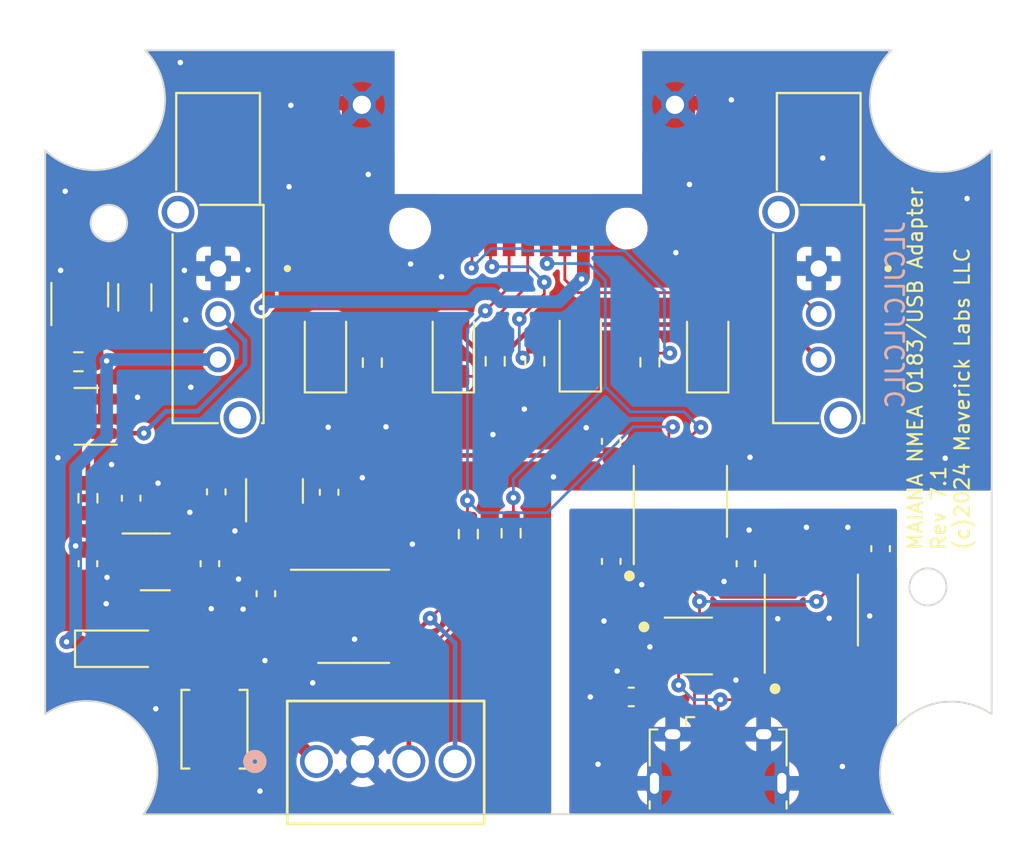
<source format=kicad_pcb>
(kicad_pcb (version 20221018) (generator pcbnew)
  (layers (0 "F.Cu" signal) (31 "B.Cu" signal) (34 "B.Paste" user) (35 "F.Paste" user) (36 "B.SilkS" user "B.Silkscreen") (37 "F.SilkS" user "F.Silkscreen") (38 "B.Mask" user) (39 "F.Mask" user) (44 "Edge.Cuts" user))
  (net 0 "")
  (net 1 "V_OUT")
  (net 2 "TX_DISABLE")
  (net 3 "TRANSPONDER_UART_RX")
  (net 4 "GPS_STATUS")
  (net 5 "TRANSPONDER_UART_TX")
  (net 6 "AIS_RX_EVENT")
  (net 7 "AIS_TX_EVENT")
  (net 8 "GND")
  (net 9 "GND2")
  (net 10 "/VBUS")
  (net 11 "D-")
  (net 12 "D+")
  (net 15 "+3.3V")
  (net 16 "+12V")
  (net 17 "NMEA-")
  (net 18 "NMEA+")
  (net 20 "TRANSPONDER_RX_ISO")
  (net 21 "TRANSPONDER_TX_ISO")
  (net 22 "Net-(U2-V3)")
  (net 23 "Net-(U4-EN)")
  (net 24 "+5V")
  (net 29 "/V_IN")
  (net 30 "Net-(LED1-K)")
  (net 31 "Net-(LED2-K)")
  (net 32 "Net-(LED3-K)")
  (net 33 "Net-(LED4-K)")
  (net 34 "PWR_CTRL")
  (net 35 "Net-(Q1-D)")
  (net 36 "Net-(Q2-D)")
  (footprint "LED_SMD:LED_1206_3216Metric" (layer "F.Cu") (at 135.6 102.325 90)
    (fp_text reference "LED1" hide)
    (fp_text value "PWR")
  )
  (footprint "KiCadFootprints:SW_LC1258EENP" (layer "F.Cu") (at 129.7 100.3 90)
    (fp_text reference "S1" hide)
    (fp_text value "LC1258EENP")
  )
  (footprint "Package_SO:SOIC-8_3.9x4.9mm_P1.27mm" (layer "F.Cu") (at 155.1 110.6 90)
    (fp_text reference "U3" hide)
    (fp_text value "ADuM121N")
  )
  (footprint "Capacitor_SMD:C_0603_1608Metric" (layer "F.Cu") (at 166.1 113.2 90)
    (fp_text reference "C2" hide)
    (fp_text value "0.1uF")
  )
  (footprint "Capacitor_SMD:C_0603_1608Metric" (layer "F.Cu") (at 129.25 114.025 -90)
    (fp_text reference "C6" hide)
    (fp_text value "1uF")
  )
  (footprint "Package_SO:SOIC-8_3.9x4.9mm_P1.27mm" (layer "F.Cu") (at 137.15 116.92)
    (fp_text reference "U6" hide)
    (fp_text value "DS8921M")
  )
  (footprint "KiCadFootprints:RJ-82A86MMNL" (layer "F.Cu") (at 146.2 91.8 180)
    (property "VALUE" "RJ-82A86MMNL")
    (fp_text reference "J1" hide)
    (fp_text value "RJ-82A86MMNL")
    (fp_line (start -6.8 -1.9) (end 6.8 -1.9) (stroke (width 0.01)) (layer "Edge.Cuts"))
    (fp_line (start -6.8 6) (end -6.8 -1.9) (stroke (width 0.01)) (layer "Edge.Cuts"))
    (fp_line (start 6.8 -1.9) (end 6.8 6) (stroke (width 0.01)) (layer "Edge.Cuts"))
  )
  (footprint "Capacitor_SMD:C_0603_1608Metric" (layer "F.Cu") (at 124.925 110.425 90)
    (fp_text reference "C4" hide)
    (fp_text value "1uF")
  )
  (footprint "Capacitor_SMD:C_0603_1608Metric" (layer "F.Cu") (at 152.4 121.35 180)
    (fp_text reference "C10" hide)
    (fp_text value "0.1uF")
  )
  (footprint "Capacitor_SMD:C_0603_1608Metric" (layer "F.Cu") (at 135.8 110.1 90)
    (fp_text reference "C8" hide)
    (fp_text value "1uF")
  )
  (footprint "Package_TO_SOT_SMD:SOT-23" (layer "F.Cu") (at 132.8 110.025 90)
    (fp_text reference "U5" hide)
    (fp_text value "SE8533X2-HF")
  )
  (footprint "Resistor_SMD:R_0603_1608Metric" (layer "F.Cu") (at 138.175 102.975 -90)
    (fp_text reference "R3" hide)
    (fp_text value "2k2")
  )
  (footprint "KiCadFootprints:DIOM4336X265N" (layer "F.Cu") (at 129.5 123.125 90)
    (fp_text reference "D2" hide)
    (fp_text value "SMBJ16CA")
  )
  (footprint "Connector_USB:USB_Micro-B_Amphenol_10118194_Horizontal" (layer "F.Cu") (at 157.175 124.8)
    (fp_text reference "J3" hide)
    (fp_text value "USB_B_Micro")
  )
  (footprint "LED_SMD:LED_1206_3216Metric" (layer "F.Cu") (at 149.6 102.275 90)
    (fp_text reference "LED3" hide)
    (fp_text value "RX")
  )
  (footprint "Resistor_SMD:R_0603_1608Metric" (layer "F.Cu") (at 145.8 112.35 90)
    (fp_text reference "R8" hide)
    (fp_text value "0R")
  )
  (footprint "Capacitor_SMD:C_0603_1608Metric" (layer "F.Cu") (at 129.6 110.075 -90)
    (fp_text reference "C9" hide)
    (fp_text value "0.1uF")
  )
  (footprint "Package_TO_SOT_SMD:SOT-23" (layer "F.Cu") (at 122.4625 105.925 180)
    (fp_text reference "Q1" hide)
    (fp_text value "BSS138")
  )
  (footprint "Package_TO_SOT_SMD:SOT-23-6" (layer "F.Cu") (at 156.0375 118.55)
    (fp_text reference "U1" hide)
    (fp_text value "SRV05-4")
  )
  (footprint "Resistor_SMD:R_0603_1608Metric" (layer "F.Cu") (at 122.025 102.925)
    (fp_text reference "R2" hide)
    (fp_text value "10k")
  )
  (footprint "Capacitor_SMD:C_0603_1608Metric" (layer "F.Cu") (at 158.7 114.025 -90)
    (fp_text reference "C11" hide)
    (fp_text value "0.1uF")
  )
  (footprint "Resistor_SMD:R_0603_1608Metric" (layer "F.Cu") (at 144.925 102.9 -90)
    (fp_text reference "R4" hide)
    (fp_text value "2k2")
  )
  (footprint "Resistor_SMD:R_0603_1608Metric" (layer "F.Cu") (at 143.45 112.4 90)
    (fp_text reference "R7" hide)
    (fp_text value "0R")
  )
  (footprint "Capacitor_SMD:C_0603_1608Metric" (layer "F.Cu") (at 151.3 107.3 90)
    (fp_text reference "C3" hide)
    (fp_text value "0.1uF")
  )
  (footprint "KiCadFootprints:CONN_OSTVN04A150_OST" (layer "F.Cu") (at 135.1 124.9)
    (fp_text reference "J2" hide)
    (fp_text value "OSTVN04A150")
  )
  (footprint "Resistor_SMD:R_0603_1608Metric" (layer "F.Cu") (at 153.425 102.95 -90)
    (fp_text reference "R6" hide)
    (fp_text value "2k2")
  )
  (footprint "KiCadFootprints:SW_LC1258EENP" (layer "F.Cu") (at 162.7 100.3 90)
    (fp_text reference "S2" hide)
    (fp_text value "LC1258EENP")
  )
  (footprint "Resistor_SMD:R_0603_1608Metric" (layer "F.Cu") (at 147.1 102.9 -90)
    (fp_text reference "R5" hide)
    (fp_text value "2k2")
  )
  (footprint "Package_SO:SO-8_3.9x4.9mm_P1.27mm" (layer "F.Cu") (at 162.295 116.575 90)
    (fp_text reference "U2" hide)
    (fp_text value "CH340N")
  )
  (footprint "Capacitor_SMD:C_0603_1608Metric" (layer "F.Cu") (at 132.325 115.675 -90)
    (fp_text reference "C7" hide)
    (fp_text value "1uF")
  )
  (footprint "Package_TO_SOT_SMD:SOT-23-5" (layer "F.Cu") (at 126.25 113.925)
    (fp_text reference "U4" hide)
    (fp_text value "TJ5205SF5-5.0")
  )
  (footprint "LED_SMD:LED_1206_3216Metric" (layer "F.Cu") (at 142.625 102.325 90)
    (fp_text reference "LED2" hide)
    (fp_text value "GPS")
  )
  (footprint "Capacitor_SMD:C_0603_1608Metric" (layer "F.Cu") (at 122.55 114.025 -90)
    (fp_text reference "C5" hide)
    (fp_text value "1uF")
  )
  (footprint "Package_TO_SOT_SMD:SOT-23" (layer "F.Cu") (at 122.1 99.2375 90)
    (fp_text reference "Q2" hide)
    (fp_text value "AO3401A")
  )
  (footprint "LED_SMD:LED_1206_3216Metric" (layer "F.Cu") (at 156.6 102.325 90)
    (fp_text reference "LED4" hide)
    (fp_text value "TX")
  )
  (footprint "Resistor_SMD:R_0603_1608Metric" (layer "F.Cu") (at 122.55 110.425 -90)
    (fp_text reference "R1" hide)
    (fp_text value "10k")
  )
  (footprint "Resistor_SMD:R_1206_3216Metric" (layer "F.Cu") (at 125.125 99.3875 90)
    (fp_text reference "TH1" hide)
    (fp_text value "Thermistor_PTC")
  )
  (footprint "Capacitor_SMD:C_0603_1608Metric" (layer "F.Cu") (at 151.3 113.9 -90)
    (fp_text reference "C1" hide)
    (fp_text value "0.1uF")
  )
  (footprint "Diode_SMD:D_SOD-123" (layer "F.Cu") (at 124.2 118.7)
    (fp_text reference "D1" hide)
    (fp_text value "WSB5508L-2/TR")
  )
  (gr_circle (center 153.1 117.5) (end 153.323607 117.5) (stroke (width 0.15)) (fill solid) (layer "F.SilkS"))
  (gr_circle (center 160.3 120.9) (end 160.523607 120.9) (stroke (width 0.15)) (fill solid) (layer "F.SilkS"))
  (gr_circle (center 152.3 114.7) (end 152.523607 114.7) (stroke (width 0.15)) (fill solid) (layer "F.SilkS"))
  (gr_line (start 125.6 127.8) (end 166.8 127.8) (stroke (width 0.1)) (layer "Edge.Cuts"))
  (gr_arc (start 125.7 85.8) (mid 125.65039 91.25039) (end 120.2 91.3) (stroke (width 0.1)) (layer "Edge.Cuts"))
  (gr_line (start 172.2 91.3) (end 172.2 122.3) (stroke (width 0.1)) (layer "Edge.Cuts"))
  (gr_circle (center 123.7 95.3) (end 124.7 95.4) (stroke (width 0.1)) (fill none) (layer "Edge.Cuts"))
  (gr_circle (center 168.7 115.3) (end 169.7 115.5) (stroke (width 0.1)) (fill none) (layer "Edge.Cuts"))
  (gr_line (start 153 85.8) (end 166.700001 85.800001) (stroke (width 0.1)) (layer "Edge.Cuts"))
  (gr_arc (start 120.2 122.3) (mid 125.25453 122.738277) (end 125.599999 127.8) (stroke (width 0.1)) (layer "Edge.Cuts"))
  (gr_arc (start 166.8 127.8) (mid 167.187609 122.779652) (end 172.2 122.3) (stroke (width 0.1)) (layer "Edge.Cuts"))
  (gr_line (start 120.2 91.3) (end 120.2 122.3) (stroke (width 0.1)) (layer "Edge.Cuts"))
  (gr_arc (start 172.2 91.3) (mid 166.649479 91.350521) (end 166.700001 85.800001) (stroke (width 0.1)) (layer "Edge.Cuts"))
  (gr_line (start 125.7 85.8) (end 139.4 85.8) (stroke (width 0.1)) (layer "Edge.Cuts"))
  (gr_text "JLCJLCJLCJLC" (at 167.5 95.1 90) (layer "B.SilkS") (effects (font (size 1 1)) (justify left bottom mirror)))
  (gr_text "MAIANA NMEA 0183/USB Adapter\nRev 7.1\n(c)2024 Maverick Labs LLC" (at 171.05 113.35 90) (layer "F.SilkS") (effects (font (size 0.8 0.8) (thickness 0.12)) (justify left bottom)))
  (segment (start 132.475 99.55) (end 132.075 99.95) (width 0.7) (layer "F.Cu") (net 1))
  (segment (start 126.775 97.381497) (end 128.031497 96.125) (width 0.7) (layer "F.Cu") (net 1))
  (segment (start 128.031497 96.125) (end 131.193503 96.125) (width 0.7) (layer "F.Cu") (net 1))
  (segment (start 149.77 95.62) (end 149.77 98.28) (width 0.7) (layer "F.Cu") (net 1))
  (segment (start 126.775 99.2) (end 126.775 97.381497) (width 0.7) (layer "F.Cu") (net 1))
  (segment (start 131.193503 96.125) (end 132.475 97.406497) (width 0.7) (layer "F.Cu") (net 1))
  (segment (start 132.475 97.406497) (end 132.475 99.55) (width 0.7) (layer "F.Cu") (net 1))
  (segment (start 125.125 100.85) (end 126.775 99.2) (width 0.7) (layer "F.Cu") (net 1))
  (segment (start 149.77 98.28) (end 149.675 98.375) (width 0.7) (layer "F.Cu") (net 1))
  (via (at 149.675 98.375) (size 0.8) (drill 0.3) (layers "F.Cu" "B.Cu") (net 1))
  (via (at 132.075 99.95) (size 0.8) (drill 0.3) (layers "F.Cu" "B.Cu") (net 1))
  (segment (start 132.4 99.625) (end 143.536934 99.625) (width 0.7) (layer "B.Cu") (net 1))
  (segment (start 145.225666 99.625) (end 148.425 99.625) (width 0.7) (layer "B.Cu") (net 1))
  (segment (start 148.425 99.625) (end 149.675 98.375) (width 0.7) (layer "B.Cu") (net 1))
  (segment (start 132.075 99.95) (end 132.4 99.625) (width 0.7) (layer "B.Cu") (net 1))
  (segment (start 143.987797 99.174137) (end 144.774803 99.174137) (width 0.7) (layer "B.Cu") (net 1))
  (segment (start 144.774803 99.174137) (end 145.225666 99.625) (width 0.7) (layer "B.Cu") (net 1))
  (segment (start 143.536934 99.625) (end 143.987797 99.174137) (width 0.7) (layer "B.Cu") (net 1))
  (segment (start 148.75 98.406009) (end 149.468991 99.125) (width 0.152) (layer "F.Cu") (net 2))
  (segment (start 161.525 99.125) (end 162.7 100.3) (width 0.152) (layer "F.Cu") (net 2))
  (segment (start 148.75 95.62) (end 148.75 98.406009) (width 0.152) (layer "F.Cu") (net 2))
  (segment (start 149.468991 99.125) (end 161.525 99.125) (width 0.152) (layer "F.Cu") (net 2))
  (segment (start 145.925 110.4) (end 145.925 111.4) (width 0.152) (layer "F.Cu") (net 3))
  (segment (start 155.93 108.125) (end 155.7 107.895) (width 0.152) (layer "F.Cu") (net 3))
  (segment (start 147.73 95.62) (end 147.73 97.48) (width 0.152) (layer "F.Cu") (net 3))
  (segment (start 145.925 111.4) (end 145.8 111.525) (width 0.152) (layer "F.Cu") (net 3))
  (segment (start 155.7 107.895) (end 155.7 107) (width 0.152) (layer "F.Cu") (net 3))
  (segment (start 147.73 97.48) (end 147.775 97.525) (width 0.152) (layer "F.Cu") (net 3))
  (segment (start 155.7 107) (end 156.175 106.525) (width 0.152) (layer "F.Cu") (net 3))
  (segment (start 156.175 106.525) (end 156.225 106.525) (width 0.152) (layer "F.Cu") (net 3))
  (via (at 147.775 97.525) (size 0.8) (drill 0.3) (layers "F.Cu" "B.Cu") (net 3))
  (via (at 156.225 106.525) (size 0.8) (drill 0.3) (layers "F.Cu" "B.Cu") (net 3))
  (via (at 145.925 110.4) (size 0.8) (drill 0.3) (layers "F.Cu" "B.Cu") (net 3))
  (segment (start 146.925 108.35) (end 145.925 109.35) (width 0.152) (layer "B.Cu") (net 3))
  (segment (start 150.975 98.45) (end 150.975 102.95) (width 0.152) (layer "B.Cu") (net 3))
  (segment (start 152.35 105.675) (end 150.975 104.3) (width 0.152) (layer "B.Cu") (net 3))
  (segment (start 147.775 97.525) (end 150.05 97.525) (width 0.152) (layer "B.Cu") (net 3))
  (segment (start 150.975 102.95) (end 150.975 104.3) (width 0.152) (layer "B.Cu") (net 3))
  (segment (start 150.05 97.525) (end 150.975 98.45) (width 0.152) (layer "B.Cu") (net 3))
  (segment (start 156.225 106.525) (end 156.15 106.525) (width 0.152) (layer "B.Cu") (net 3))
  (segment (start 155.3 105.675) (end 152.35 105.675) (width 0.152) (layer "B.Cu") (net 3))
  (segment (start 145.925 109.35) (end 145.925 110.4) (width 0.152) (layer "B.Cu") (net 3))
  (segment (start 156.15 106.525) (end 155.3 105.675) (width 0.152) (layer "B.Cu") (net 3))
  (segment (start 150.975 104.3) (end 146.925 108.35) (width 0.152) (layer "B.Cu") (net 3))
  (segment (start 144.925 100.525) (end 144.925 102.075) (width 0.152) (layer "F.Cu") (net 4))
  (segment (start 146.71 95.62) (end 146.71 98.74) (width 0.152) (layer "F.Cu") (net 4))
  (segment (start 146.71 98.74) (end 144.925 100.525) (width 0.152) (layer "F.Cu") (net 4))
  (segment (start 145.69 98.815437) (end 144.3813 100.124137) (width 0.152) (layer "F.Cu") (net 5))
  (segment (start 145.69 95.62) (end 145.69 98.815437) (width 0.152) (layer "F.Cu") (net 5))
  (segment (start 138.15 111.575) (end 143.45 111.575) (width 0.152) (layer "F.Cu") (net 5))
  (segment (start 136.7 113.025) (end 138.15 111.575) (width 0.152) (layer "F.Cu") (net 5))
  (segment (start 154.465 107.93) (end 154.465 106.71) (width 0.152) (layer "F.Cu") (net 5))
  (segment (start 134.675 117.555) (end 134.982455 117.555) (width 0.152) (layer "F.Cu") (net 5))
  (segment (start 134.982455 117.555) (end 134.987455 117.55) (width 0.152) (layer "F.Cu") (net 5))
  (segment (start 143.4 110.55) (end 143.4 111.525) (width 0.152) (layer "F.Cu") (net 5))
  (segment (start 134.987455 117.55) (end 136.05 117.55) (width 0.152) (layer "F.Cu") (net 5))
  (segment (start 136.05 117.55) (end 136.7 116.9) (width 0.152) (layer "F.Cu") (net 5))
  (segment (start 154.465 106.71) (end 154.675 106.5) (width 0.152) (layer "F.Cu") (net 5))
  (segment (start 143.4 111.525) (end 143.45 111.575) (width 0.152) (layer "F.Cu") (net 5))
  (segment (start 136.7 116.9) (end 136.7 113.025) (width 0.152) (layer "F.Cu") (net 5))
  (via (at 154.675 106.5) (size 0.8) (drill 0.3) (layers "F.Cu" "B.Cu") (net 5))
  (via (at 143.4 110.55) (size 0.8) (drill 0.3) (layers "F.Cu" "B.Cu") (net 5))
  (via (at 144.3813 100.124137) (size 0.8) (drill 0.3) (layers "F.Cu" "B.Cu") (net 5))
  (segment (start 144.3813 100.124137) (end 143.4 101.105437) (width 0.152) (layer "B.Cu") (net 5))
  (segment (start 143.4 101.105437) (end 143.4 110.55) (width 0.152) (layer "B.Cu") (net 5))
  (segment (start 154.675 106.5) (end 152.5 106.5) (width 0.152) (layer "B.Cu") (net 5))
  (segment (start 152.5 106.5) (end 147.775 111.225) (width 0.152) (layer "B.Cu") (net 5))
  (segment (start 147.775 111.225) (end 144.075 111.225) (width 0.152) (layer "B.Cu") (net 5))
  (segment (start 144.075 111.225) (end 143.4 110.55) (width 0.152) (layer "B.Cu") (net 5))
  (segment (start 144.67 95.62) (end 144.67 97.62) (width 0.152) (layer "F.Cu") (net 6))
  (segment (start 146.439938 102.712727) (end 146.462273 102.712727) (width 0.152) (layer "F.Cu") (net 6))
  (segment (start 147.625 99.1995) (end 146.25 100.5745) (width 0.152) (layer "F.Cu") (net 6))
  (segment (start 147.625 98.55) (end 147.625 99.1995) (width 0.152) (layer "F.Cu") (net 6))
  (segment (start 144.67 97.62) (end 144.75 97.7) (width 0.152) (layer "F.Cu") (net 6))
  (segment (start 146.462273 102.712727) (end 147.1 102.075) (width 0.152) (layer "F.Cu") (net 6))
  (via (at 144.75 97.7) (size 0.8) (drill 0.3) (layers "F.Cu" "B.Cu") (net 6))
  (via (at 146.25 100.5745) (size 0.8) (drill 0.3) (layers "F.Cu" "B.Cu") (net 6))
  (via (at 146.439938 102.712727) (size 0.8) (drill 0.3) (layers "F.Cu" "B.Cu") (net 6))
  (via (at 147.625 98.55) (size 0.8) (drill 0.3) (layers "F.Cu" "B.Cu") (net 6))
  (segment (start 146.775 97.7) (end 147.625 98.55) (width 0.152) (layer "B.Cu") (net 6))
  (segment (start 146.25 102.522789) (end 146.439938 102.712727) (width 0.152) (layer "B.Cu") (net 6))
  (segment (start 146.25 100.5745) (end 146.25 102.522789) (width 0.152) (layer "B.Cu") (net 6))
  (segment (start 144.75 97.7) (end 146.775 97.7) (width 0.152) (layer "B.Cu") (net 6))
  (segment (start 153.75 102.45) (end 153.425 102.125) (width 0.152) (layer "F.Cu") (net 7))
  (segment (start 154.525 102.45) (end 153.75 102.45) (width 0.152) (layer "F.Cu") (net 7))
  (segment (start 143.65 97.75) (end 143.625 97.775) (width 0.152) (layer "F.Cu") (net 7))
  (segment (start 143.65 95.62) (end 143.65 97.75) (width 0.152) (layer "F.Cu") (net 7))
  (via (at 154.525 102.45) (size 0.8) (drill 0.3) (layers "F.Cu" "B.Cu") (net 7))
  (via (at 143.625 97.775) (size 0.8) (drill 0.3) (layers "F.Cu" "B.Cu") (net 7))
  (segment (start 144.7 96.7) (end 146.375 96.7) (width 0.152) (layer "B.Cu") (net 7))
  (segment (start 143.625 97.775) (end 144.7 96.7) (width 0.152) (layer "B.Cu") (net 7))
  (segment (start 152.026 96.826) (end 154.225 99.025) (width 0.152) (layer "B.Cu") (net 7))
  (segment (start 154.225 99.025) (end 154.225 102.15) (width 0.152) (layer "B.Cu") (net 7))
  (segment (start 154.225 102.15) (end 154.525 102.45) (width 0.152) (layer "B.Cu") (net 7))
  (segment (start 146.501 96.826) (end 152.026 96.826) (width 0.152) (layer "B.Cu") (net 7))
  (segment (start 146.375 96.7) (end 146.501 96.826) (width 0.152) (layer "B.Cu") (net 7))
  (via (at 121.05 97.9) (size 0.8) (drill 0.3) (layers "F.Cu" "B.Cu") (net 8))
  (via (at 131.075 116.525) (size 0.8) (drill 0.3) (layers "F.Cu" "B.Cu") (net 8))
  (via (at 140.375 112.95) (size 0.8) (drill 0.3) (layers "F.Cu" "B.Cu") (net 8))
  (via (at 146.525 105.525) (size 0.8) (drill 0.3) (layers "F.Cu" "B.Cu") (net 8))
  (via (at 126.4 109.6) (size 0.8) (drill 0.3) (layers "F.Cu" "B.Cu") (net 8))
  (via (at 127.925 100.625) (size 0.8) (drill 0.3) (layers "F.Cu" "B.Cu") (net 8))
  (via (at 127.85 97.9) (size 0.8) (drill 0.3) (layers "F.Cu" "B.Cu") (net 8))
  (via (at 132 126.525) (size 0.8) (drill 0.3) (layers "F.Cu" "B.Cu") (net 8))
  (via (at 137.95 92.625) (size 0.8) (drill 0.3) (layers "F.Cu" "B.Cu") (net 8))
  (via (at 129.325 116.5) (size 0.8) (drill 0.3) (layers "F.Cu" "B.Cu") (net 8))
  (via (at 148.125 109.25) (size 0.8) (drill 0.3) (layers "F.Cu" "B.Cu") (net 8))
  (via (at 162.925 91.725) (size 0.8) (drill 0.3) (layers "F.Cu" "B.Cu") (net 8))
  (via (at 123.85 108.575) (size 0.8) (drill 0.3) (layers "F.Cu" "B.Cu") (net 8))
  (via (at 138.925 106.5) (size 0.8) (drill 0.3) (layers "F.Cu" "B.Cu") (net 8))
  (via (at 121.3 93.55) (size 0.8) (drill 0.3) (layers "F.Cu" "B.Cu") (net 8))
  (via (at 130.625 112.225) (size 0.8) (drill 0.3) (layers "F.Cu" "B.Cu") (net 8))
  (via (at 123.6 114.775) (size 0.8) (drill 0.3) (layers "F.Cu" "B.Cu") (net 8))
  (via (at 123.55 116.225) (size 0.8) (drill 0.3) (layers "F.Cu" "B.Cu") (net 8))
  (via (at 141.975 98.25) (size 0.8) (drill 0.3) (layers "F.Cu" "B.Cu") (net 8))
  (via (at 128.2 104.325) (size 0.8) (drill 0.3) (layers "F.Cu" "B.Cu") (net 8))
  (via (at 131.35 97.875) (size 0.8) (drill 0.3) (layers "F.Cu" "B.Cu") (net 8))
  (via (at 140.275 97.55) (size 0.8) (drill 0.3) (layers "F.Cu" "B.Cu") (net 8))
  (via (at 137.625 109.3) (size 0.8) (drill 0.3) (layers "F.Cu" "B.Cu") (net 8))
  (via (at 133.6 93.3) (size 0.8) (drill 0.3) (layers "F.Cu" "B.Cu") (net 8))
  (via (at 155.6 93.175) (size 0.8) (drill 0.3) (layers "F.Cu" "B.Cu") (net 8))
  (via (at 144.8 106.925) (size 0.8) (drill 0.3) (layers "F.Cu" "B.Cu") (net 8))
  (via (at 128.15 111.2) (size 0.8) (drill 0.3) (layers "F.Cu" "B.Cu") (net 8))
  (via (at 137.2 118.175) (size 0.8) (drill 0.3) (layers "F.Cu" "B.Cu") (net 8))
  (via (at 125.275 104.875) (size 0.8) (drill 0.3) (layers "F.Cu" "B.Cu") (net 8))
  (via (at 126.275 122) (size 0.8) (drill 0.3) (layers "F.Cu" "B.Cu") (net 8))
  (via (at 158.925 108.175) (size 0.8) (drill 0.3) (layers "F.Cu" "B.Cu") (net 8))
  (via (at 132.275 119.35) (size 0.8) (drill 0.3) (layers "F.Cu" "B.Cu") (net 8))
  (via (at 134.9 120.575) (size 0.8) (drill 0.3) (layers "F.Cu" "B.Cu") (net 8))
  (via (at 157.9 88.525) (size 0.8) (drill 0.3) (layers "F.Cu" "B.Cu") (net 8))
  (via (at 170.85 93.95) (size 0.8) (drill 0.3) (layers "F.Cu" "B.Cu") (net 8))
  (via (at 154.85 96.925) (size 0.8) (drill 0.3) (layers "F.Cu" "B.Cu") (net 8))
  (via (at 169.65 108.225) (size 0.8) (drill 0.3) (layers "F.Cu" "B.Cu") (net 8))
  (via (at 135.75 106.525) (size 0.8) (drill 0.3) (layers "F.Cu" "B.Cu") (net 8))
  (via (at 133.7 88.825) (size 0.8) (drill 0.3) (layers "F.Cu" "B.Cu") (net 8))
  (via (at 130.825 114.875) (size 0.8) (drill 0.3) (layers "F.Cu" "B.Cu") (net 8))
  (via (at 127.625 86.475) (size 0.8) (drill 0.3) (layers "F.Cu" "B.Cu") (net 8))
  (via (at 149.925 106.55) (size 0.8) (drill 0.3) (layers "F.Cu" "B.Cu") (net 8))
  (via (at 120.9 108.2) (size 0.8) (drill 0.3) (layers "F.Cu" "B.Cu") (net 8))
  (via (at 151.625 119.925) (size 0.8) (drill 0.3) (layers "F.Cu" "B.Cu") (net 9))
  (via (at 160.45 117.05) (size 0.8) (drill 0.3) (layers "F.Cu" "B.Cu") (net 9))
  (via (at 150.575 125.05) (size 0.8) (drill 0.3) (layers "F.Cu" "B.Cu") (net 9))
  (via (at 158.15 120.425) (size 0.8) (drill 0.3) (layers "F.Cu" "B.Cu") (net 9))
  (via (at 164.3 112.025) (size 0.8) (drill 0.3) (layers "F.Cu" "B.Cu") (net 9))
  (via (at 164 125.175) (size 0.8) (drill 0.3) (layers "F.Cu" "B.Cu") (net 9))
  (via (at 163.275 117.025) (size 0.8) (drill 0.3) (layers "F.Cu" "B.Cu") (net 9))
  (via (at 158.875 112.175) (size 0.8) (drill 0.3) (layers "F.Cu" "B.Cu") (net 9))
  (via (at 150.15 121.35) (size 0.8) (drill 0.3) (layers "F.Cu" "B.Cu") (net 9))
  (via (at 150.9 117.175) (size 0.8) (drill 0.3) (layers "F.Cu" "B.Cu") (net 9))
  (via (at 152.975 115.175) (size 0.8) (drill 0.3) (layers "F.Cu" "B.Cu") (net 9))
  (via (at 165.5 116.9) (size 0.8) (drill 0.3) (layers "F.Cu" "B.Cu") (net 9))
  (via (at 162.025 112.025) (size 0.8) (drill 0.3) (layers "F.Cu" "B.Cu") (net 9))
  (via (at 153.425 118.6) (size 0.8) (drill 0.3) (layers "F.Cu" "B.Cu") (net 9))
  (via (at 157.5 115) (size 0.8) (drill 0.3) (layers "F.Cu" "B.Cu") (net 9))
  (segment (start 156.15 115.875) (end 155.125 114.85) (width 0.152) (layer "F.Cu") (net 10))
  (segment (start 155.125 114.85) (end 153.95 114.85) (width 0.152) (layer "F.Cu") (net 10))
  (segment (start 153.145 113.125) (end 151.3 113.125) (width 0.152) (layer "F.Cu") (net 10))
  (segment (start 153.725 121.9) (end 155.875 121.9) (width 0.152) (layer "F.Cu") (net 10))
  (segment (start 164.2 114) (end 164.2 114.475) (width 0.152) (layer "F.Cu") (net 10))
  (segment (start 153.195 114.095) (end 153.195 113.075) (width 0.152) (layer "F.Cu") (net 10))
  (segment (start 153.175 121.35) (end 153.725 121.9) (width 0.152) (layer "F.Cu") (net 10))
  (segment (start 155.875 123.325) (end 155.875 121.9) (width 0.152) (layer "F.Cu") (net 10))
  (segment (start 155.875 121.9) (end 155.875 119.535045) (width 0.152) (layer "F.Cu") (net 10))
  (segment (start 156.860045 118.55) (end 157.175 118.55) (width 0.152) (layer "F.Cu") (net 10))
  (segment (start 157.175 118.55) (end 156.6 118.55) (width 0.152) (layer "F.Cu") (net 10))
  (segment (start 156.6 118.55) (end 156.15 118.1) (width 0.152) (layer "F.Cu") (net 10))
  (segment (start 166.075 114) (end 166.1 113.975) (width 0.152) (layer "F.Cu") (net 10))
  (segment (start 164.2 114.475) (end 162.575 116.1) (width 0.152) (layer "F.Cu") (net 10))
  (segment (start 155.875 119.535045) (end 156.860045 118.55) (width 0.152) (layer "F.Cu") (net 10))
  (segment (start 164.2 114) (end 166.075 114) (width 0.152) (layer "F.Cu") (net 10))
  (segment (start 156.15 118.1) (end 156.15 116.1) (width 0.152) (layer "F.Cu") (net 10))
  (segment (start 153.95 114.85) (end 153.195 114.095) (width 0.152) (layer "F.Cu") (net 10))
  (segment (start 153.195 113.075) (end 153.145 113.125) (width 0.152) (layer "F.Cu") (net 10))
  (segment (start 156.15 116.1) (end 156.15 115.875) (width 0.152) (layer "F.Cu") (net 10))
  (via (at 162.575 116.1) (size 0.8) (drill 0.3) (layers "F.Cu" "B.Cu") (net 10))
  (via (at 156.15 116.1) (size 0.8) (drill 0.3) (layers "F.Cu" "B.Cu") (net 10))
  (segment (start 162.575 116.1) (end 156.15 116.1) (width 0.152) (layer "B.Cu") (net 10))
  (segment (start 156.525 123.325) (end 156.525 120.15) (width 0.152) (layer "F.Cu") (net 11))
  (segment (start 157.812545 119.5) (end 159.363545 117.949) (width 0.152) (layer "F.Cu") (net 11))
  (segment (start 157.175 119.5) (end 157.812545 119.5) (width 0.152) (layer "F.Cu") (net 11))
  (segment (start 161.66 118.942545) (end 161.66 119.15) (width 0.152) (layer "F.Cu") (net 11))
  (segment (start 159.363545 117.949) (end 160.666455 117.949) (width 0.152) (layer "F.Cu") (net 11))
  (segment (start 160.666455 117.949) (end 161.66 118.942545) (width 0.152) (layer "F.Cu") (net 11))
  (segment (start 156.525 120.15) (end 157.175 119.5) (width 0.152) (layer "F.Cu") (net 11))
  (segment (start 157.3 121.5) (end 159 121.5) (width 0.152) (layer "F.Cu") (net 12))
  (segment (start 157.175 123.325) (end 157.175 121.625) (width 0.152) (layer "F.Cu") (net 12))
  (segment (start 155 120.7) (end 155 119.6) (width 0.152) (layer "F.Cu") (net 12))
  (segment (start 159 121.5) (end 160.39 120.11) (width 0.152) (layer "F.Cu") (net 12))
  (segment (start 157.175 121.625) (end 157.3 121.5) (width 0.152) (layer "F.Cu") (net 12))
  (segment (start 155 119.6) (end 154.9 119.5) (width 0.152) (layer "F.Cu") (net 12))
  (segment (start 160.39 120.11) (end 160.39 119.15) (width 0.152) (layer "F.Cu") (net 12))
  (via (at 157.3 121.5) (size 0.8) (drill 0.3) (layers "F.Cu" "B.Cu") (net 12))
  (via (at 155 120.7) (size 0.8) (drill 0.3) (layers "F.Cu" "B.Cu") (net 12))
  (segment (start 155.8 121.5) (end 155 120.7) (width 0.152) (layer "B.Cu") (net 12))
  (segment (start 157.3 121.5) (end 155.8 121.5) (width 0.152) (layer "B.Cu") (net 12))
  (segment (start 151.3 108.075) (end 153.34 108.075) (width 0.254) (layer "F.Cu") (net 15))
  (segment (start 139.375 110.875) (end 142.175 108.075) (width 0.254) (layer "F.Cu") (net 15))
  (segment (start 135.6 100.925) (end 142.625 100.925) (width 0.254) (layer "F.Cu") (net 15))
  (segment (start 133.825 102.7) (end 135.6 100.925) (width 0.254) (layer "F.Cu") (net 15))
  (segment (start 145.445501 102.854499) (end 144.484208 102.854499) (width 0.254) (layer "F.Cu") (net 15))
  (segment (start 135.7125 110.9625) (end 135.8 110.875) (width 0.254) (layer "F.Cu") (net 15))
  (segment (start 142.175 108.075) (end 151.3 108.075) (width 0.254) (layer "F.Cu") (net 15))
  (segment (start 156.6 100.925) (end 160.825 100.925) (width 0.254) (layer "F.Cu") (net 15))
  (segment (start 135.8 110.875) (end 133.825 108.9) (width 0.254) (layer "F.Cu") (net 15))
  (segment (start 135.8 110.875) (end 139.375 110.875) (width 0.254) (layer "F.Cu") (net 15))
  (segment (start 160.825 100.925) (end 162.7 102.8) (width 0.254) (layer "F.Cu") (net 15))
  (segment (start 142.625 100.995291) (end 142.625 100.925) (width 0.254) (layer "F.Cu") (net 15))
  (segment (start 147.079709 100.875) (end 145.727 102.227709) (width 0.254) (layer "F.Cu") (net 15))
  (segment (start 149.6 100.875) (end 156.55 100.875) (width 0.254) (layer "F.Cu") (net 15))
  (segment (start 145.727 102.573) (end 145.445501 102.854499) (width 0.254) (layer "F.Cu") (net 15))
  (segment (start 133.75 110.9625) (end 135.7125 110.9625) (width 0.254) (layer "F.Cu") (net 15))
  (segment (start 145.727 102.227709) (end 145.727 102.573) (width 0.254) (layer "F.Cu") (net 15))
  (segment (start 156.55 100.875) (end 156.6 100.925) (width 0.254) (layer "F.Cu") (net 15))
  (segment (start 149.6 100.875) (end 147.079709 100.875) (width 0.254) (layer "F.Cu") (net 15))
  (segment (start 144.484208 102.854499) (end 142.625 100.995291) (width 0.254) (layer "F.Cu") (net 15))
  (segment (start 133.825 108.9) (end 133.825 102.7) (width 0.254) (layer "F.Cu") (net 15))
  (segment (start 127.075 118.7) (end 129.5 121.125) (width 0.7) (layer "F.Cu") (net 16))
  (segment (start 129.5 121.125) (end 131.325 121.125) (width 0.7) (layer "F.Cu") (net 16))
  (segment (start 125.85 118.7) (end 127.075 118.7) (width 0.7) (layer "F.Cu") (net 16))
  (segment (start 131.325 121.125) (end 135.1 124.9) (width 0.7) (layer "F.Cu") (net 16))
  (segment (start 140.18 119.38) (end 139.625 118.825) (width 0.254) (layer "F.Cu") (net 17))
  (segment (start 141.2 118.825) (end 145.8 114.225) (width 0.152) (layer "F.Cu") (net 17))
  (segment (start 140.18 124.9) (end 140.18 119.38) (width 0.254) (layer "F.Cu") (net 17))
  (segment (start 145.8 114.225) (end 145.8 113.175) (width 0.152) (layer "F.Cu") (net 17))
  (segment (start 139.625 118.825) (end 141.2 118.825) (width 0.152) (layer "F.Cu") (net 17))
  (segment (start 139.625 117.555) (end 140.82 117.555) (width 0.254) (layer "F.Cu") (net 18))
  (segment (start 140.82 117.555) (end 141.35 117.025) (width 0.254) (layer "F.Cu") (net 18))
  (segment (start 143.45 114.925) (end 143.45 113.225) (width 0.152) (layer "F.Cu") (net 18))
  (segment (start 141.35 117.025) (end 143.45 114.925) (width 0.152) (layer "F.Cu") (net 18))
  (via (at 141.35 117.025) (size 0.8) (drill 0.3) (layers "F.Cu" "B.Cu") (net 18))
  (segment (start 142.72 118.395) (end 142.72 124.9) (width 0.254) (layer "B.Cu") (net 18))
  (segment (start 141.35 117.025) (end 142.72 118.395) (width 0.254) (layer "B.Cu") (net 18))
  (segment (start 161.4 115.875) (end 162.93 114.345) (width 0.152) (layer "F.Cu") (net 20))
  (segment (start 155.93 113.075) (end 155.7 113.305) (width 0.152) (layer "F.Cu") (net 20))
  (segment (start 155.7 113.305) (end 155.7 114.225) (width 0.152) (layer "F.Cu") (net 20))
  (segment (start 155.7 114.225) (end 157.35 115.875) (width 0.152) (layer "F.Cu") (net 20))
  (segment (start 162.93 114.345) (end 162.93 114) (width 0.152) (layer "F.Cu") (net 20))
  (segment (start 157.35 115.875) (end 161.4 115.875) (width 0.152) (layer "F.Cu") (net 20))
  (segment (start 155.2 111.3) (end 160.343991 111.3) (width 0.152) (layer "F.Cu") (net 21))
  (segment (start 154.66 113.075) (end 154.66 111.84) (width 0.152) (layer "F.Cu") (net 21))
  (segment (start 161.66 112.616009) (end 161.66 114) (width 0.152) (layer "F.Cu") (net 21))
  (segment (start 160.343991 111.3) (end 161.66 112.616009) (width 0.152) (layer "F.Cu") (net 21))
  (segment (start 154.66 111.84) (end 155.2 111.3) (width 0.152) (layer "F.Cu") (net 21))
  (segment (start 159.59 114.8) (end 160.39 114) (width 0.152) (layer "F.Cu") (net 22))
  (segment (start 158.7 114.8) (end 159.59 114.8) (width 0.152) (layer "F.Cu") (net 22))
  (segment (start 125.525 111.2) (end 124.925 111.2) (width 0.254) (layer "F.Cu") (net 23))
  (segment (start 125.1125 114.875) (end 125.975 114.875) (width 0.254) (layer "F.Cu") (net 23))
  (segment (start 126.15 111.825) (end 125.525 111.2) (width 0.254) (layer "F.Cu") (net 23))
  (segment (start 125.975 114.875) (end 126.15 114.7) (width 0.254) (layer "F.Cu") (net 23))
  (segment (start 124.875 111.25) (end 124.925 111.2) (width 0.254) (layer "F.Cu") (net 23))
  (segment (start 126.15 114.7) (end 126.15 111.825) (width 0.254) (layer "F.Cu") (net 23))
  (segment (start 122.55 111.25) (end 124.875 111.25) (width 0.254) (layer "F.Cu") (net 23))
  (segment (start 130.675 113.25) (end 132.325 114.9) (width 0.254) (layer "F.Cu") (net 24))
  (segment (start 127.2 110.725) (end 127.2 112.7875) (width 0.254) (layer "F.Cu") (net 24))
  (segment (start 132.325 114.9) (end 134.56 114.9) (width 0.254) (layer "F.Cu") (net 24))
  (segment (start 134.56 114.9) (end 134.675 115.015) (width 0.254) (layer "F.Cu") (net 24))
  (segment (start 132.5875 109.3) (end 132.8 109.0875) (width 0.254) (layer "F.Cu") (net 24))
  (segment (start 129.25 113.25) (end 130.675 113.25) (width 0.254) (layer "F.Cu") (net 24))
  (segment (start 127.3875 112.975) (end 128.975 112.975) (width 0.254) (layer "F.Cu") (net 24))
  (segment (start 129.6 109.3) (end 132.5875 109.3) (width 0.254) (layer "F.Cu") (net 24))
  (segment (start 128.625 109.3) (end 127.2 110.725) (width 0.254) (layer "F.Cu") (net 24))
  (segment (start 129.6 109.3) (end 128.625 109.3) (width 0.254) (layer "F.Cu") (net 24))
  (segment (start 127.2 112.7875) (end 127.3875 112.975) (width 0.254) (layer "F.Cu") (net 24))
  (segment (start 128.975 112.975) (end 129.25 113.25) (width 0.254) (layer "F.Cu") (net 24))
  (segment (start 122.55 113.25) (end 122.075 113.25) (width 0.254) (layer "F.Cu") (net 29))
  (segment (start 122.55 113.25) (end 122.825 112.975) (width 0.254) (layer "F.Cu") (net 29))
  (segment (start 123.05 102.725) (end 122.85 102.925) (width 0.7) (layer "F.Cu") (net 29))
  (segment (start 122.175 118.325) (end 122.55 118.7) (width 0.7) (layer "F.Cu") (net 29))
  (segment (start 123.525 102.925) (end 123.575 102.875) (width 0.7) (layer "F.Cu") (net 29))
  (segment (start 123.05 100.175) (end 123.05 102.725) (width 0.7) (layer "F.Cu") (net 29))
  (segment (start 121.375 118.325) (end 122.175 118.325) (width 0.7) (layer "F.Cu") (net 29))
  (segment (start 122.825 112.975) (end 125.1125 112.975) (width 0.254) (layer "F.Cu") (net 29))
  (segment (start 122.85 102.925) (end 123.525 102.925) (width 0.7) (layer "F.Cu") (net 29))
  (segment (start 122.075 113.25) (end 121.875 113.05) (width 0.254) (layer "F.Cu") (net 29))
  (via (at 123.575 102.875) (size 0.8) (drill 0.3) (layers "F.Cu" "B.Cu") (net 29))
  (via (at 121.875 113.05) (size 0.8) (drill 0.3) (layers "F.Cu" "B.Cu") (net 29))
  (via (at 121.375 118.325) (size 0.8) (drill 0.3) (layers "F.Cu" "B.Cu") (net 29))
  (segment (start 123.65 102.8) (end 129.7 102.8) (width 0.7) (layer "B.Cu") (net 29))
  (segment (start 121.875 108.75) (end 121.875 113.05) (width 0.7) (layer "B.Cu") (net 29))
  (segment (start 121.875 113.05) (end 121.875 117.825) (width 0.7) (layer "B.Cu") (net 29))
  (segment (start 123.575 102.875) (end 123.65 102.8) (width 0.7) (layer "B.Cu") (net 29))
  (segment (start 121.875 117.825) (end 121.375 118.325) (width 0.7) (layer "B.Cu") (net 29))
  (segment (start 123.575 107.05) (end 121.875 108.75) (width 0.7) (layer "B.Cu") (net 29))
  (segment (start 123.575 102.875) (end 123.575 107.05) (width 0.7) (layer "B.Cu") (net 29))
  (segment (start 135.675 103.8) (end 135.6 103.725) (width 0.152) (layer "F.Cu") (net 30))
  (segment (start 138.175 103.8) (end 135.675 103.8) (width 0.152) (layer "F.Cu") (net 30))
  (segment (start 142.625 103.725) (end 144.925 103.725) (width 0.152) (layer "F.Cu") (net 31))
  (segment (start 147.1 103.725) (end 149.55 103.725) (width 0.152) (layer "F.Cu") (net 32))
  (segment (start 149.55 103.725) (end 149.6 103.675) (width 0.152) (layer "F.Cu") (net 32))
  (segment (start 153.425 103.775) (end 156.55 103.775) (width 0.152) (layer "F.Cu") (net 33))
  (segment (start 156.55 103.775) (end 156.6 103.725) (width 0.152) (layer "F.Cu") (net 33))
  (segment (start 122.55 107.725) (end 123.4 106.875) (width 0.254) (layer "F.Cu") (net 34))
  (segment (start 125.625 106.85) (end 123.425 106.85) (width 0.254) (layer "F.Cu") (net 34))
  (segment (start 123.425 106.85) (end 123.4 106.875) (width 0.254) (layer "F.Cu") (net 34))
  (segment (start 122.55 109.6) (end 122.55 107.725) (width 0.254) (layer "F.Cu") (net 34))
  (via (at 125.625 106.85) (size 0.8) (drill 0.3) (layers "F.Cu" "B.Cu") (net 34))
  (segment (start 127.55 105.65) (end 126.825 105.65) (width 0.254) (layer "B.Cu") (net 34))
  (segment (start 129.7 100.3) (end 131.175 101.775) (width 0.254) (layer "B.Cu") (net 34))
  (segment (start 131.175 103.05) (end 128.575 105.65) (width 0.254) (layer "B.Cu") (net 34))
  (segment (start 126.825 105.65) (end 125.625 106.85) (width 0.254) (layer "B.Cu") (net 34))
  (segment (start 131.175 101.775) (end 131.175 103.05) (width 0.254) (layer "B.Cu") (net 34))
  (segment (start 128.575 105.65) (end 127.55 105.65) (width 0.254) (layer "B.Cu") (net 34))
  (segment (start 121.525 105.925) (end 121.525 103.25) (width 0.254) (layer "F.Cu") (net 35))
  (segment (start 121.15 102.875) (end 121.2 102.925) (width 0.254) (layer "F.Cu") (net 35))
  (segment (start 121.525 103.25) (end 121.2 102.925) (width 0.254) (layer "F.Cu") (net 35))
  (segment (start 121.15 100.175) (end 121.15 102.875) (width 0.254) (layer "F.Cu") (net 35))
  (segment (start 122.1 98.3) (end 124.75 98.3) (width 0.5) (layer "F.Cu") (net 36))
  (segment (start 124.75 98.3) (end 125.125 97.925) (width 0.5) (layer "F.Cu") (net 36))
  (zone (net 9) (net_name "GND2") (layers "F&B.Cu") (priority 2) (connect_pads (clearance 0.2)) (min_thickness 0.25) (fill yes (thermal_gap 0.5) (thermal_bridge_width 0.8))
    (polygon (pts (xy 149 111) (xy 167 111) (xy 167 129) (xy 149 129)))
  )
  (zone (net 8) (net_name "GND") (layers "F&B.Cu") (connect_pads (clearance 0.2)) (min_thickness 0.25) (fill yes (thermal_gap 0.5) (thermal_bridge_width 0.8))
    (polygon (pts (xy 118 84) (xy 174 84) (xy 174 110) (xy 148 110) (xy 148 129) (xy 118 129)))
  )
  (zone (net 9) (net_name "GND2") (layer "B.Cu") (priority 3) (connect_pads (clearance 0.2)) (min_thickness 0.25) (fill yes (thermal_gap 0.5) (thermal_bridge_width 0.8) (island_removal_mode 1) (island_area_min 10))
    (polygon (pts (xy 149 111) (xy 167 111) (xy 167 129) (xy 149 129)))
  )
  (zone (net 8) (net_name "GND") (layer "B.Cu") (priority 1) (connect_pads (clearance 0.2)) (min_thickness 0.25) (fill yes (thermal_gap 0.5) (thermal_bridge_width 0.8))
    (polygon (pts (xy 118 84) (xy 174 84) (xy 174 110) (xy 148 110) (xy 148 129) (xy 118 129)))
  )
)
</source>
